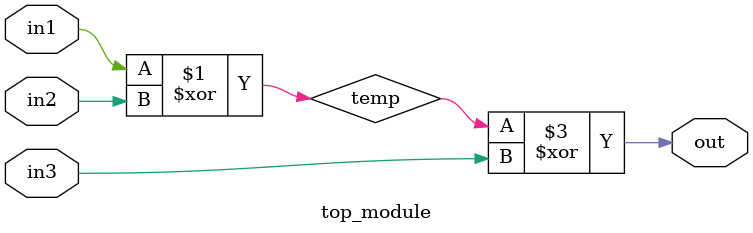
<source format=sv>
module top_module (
    input in1,
    input in2, 
    input in3,
    output logic out
);

    logic temp;

    // Perform bitwise XOR operation on in1 and in2
    assign temp = in1 ^ in2;

    // Perform bitwise NOT operation on the result
    assign temp = ~temp;

    // Perform another bitwise XOR operation with in3
    assign out = temp ^ in3;

endmodule

</source>
